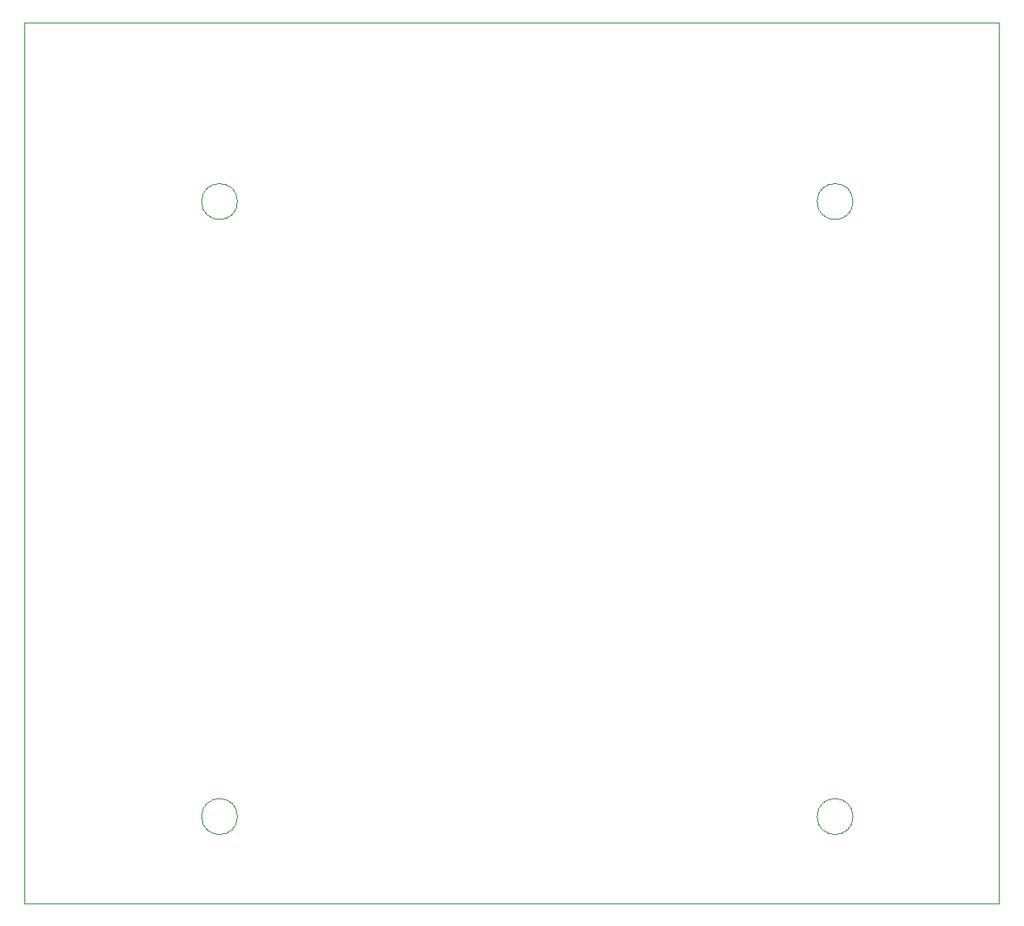
<source format=gbr>
%TF.GenerationSoftware,KiCad,Pcbnew,9.0.6*%
%TF.CreationDate,2026-02-03T15:32:43-08:00*%
%TF.ProjectId,FlightSimIOBoard,466c6967-6874-4536-996d-494f426f6172,rev?*%
%TF.SameCoordinates,Original*%
%TF.FileFunction,Profile,NP*%
%FSLAX46Y46*%
G04 Gerber Fmt 4.6, Leading zero omitted, Abs format (unit mm)*
G04 Created by KiCad (PCBNEW 9.0.6) date 2026-02-03 15:32:43*
%MOMM*%
%LPD*%
G01*
G04 APERTURE LIST*
%TA.AperFunction,Profile*%
%ADD10C,0.050000*%
%TD*%
G04 APERTURE END LIST*
D10*
X159750000Y-130000000D02*
G75*
G02*
X156250000Y-130000000I-1750000J0D01*
G01*
X156250000Y-130000000D02*
G75*
G02*
X159750000Y-130000000I1750000J0D01*
G01*
X99750000Y-70000000D02*
G75*
G02*
X96250000Y-70000000I-1750000J0D01*
G01*
X96250000Y-70000000D02*
G75*
G02*
X99750000Y-70000000I1750000J0D01*
G01*
X99750000Y-130000000D02*
G75*
G02*
X96250000Y-130000000I-1750000J0D01*
G01*
X96250000Y-130000000D02*
G75*
G02*
X99750000Y-130000000I1750000J0D01*
G01*
X159750000Y-70000000D02*
G75*
G02*
X156250000Y-70000000I-1750000J0D01*
G01*
X156250000Y-70000000D02*
G75*
G02*
X159750000Y-70000000I1750000J0D01*
G01*
X79000000Y-52500000D02*
X174000000Y-52500000D01*
X174000000Y-138500000D01*
X79000000Y-138500000D01*
X79000000Y-52500000D01*
M02*

</source>
